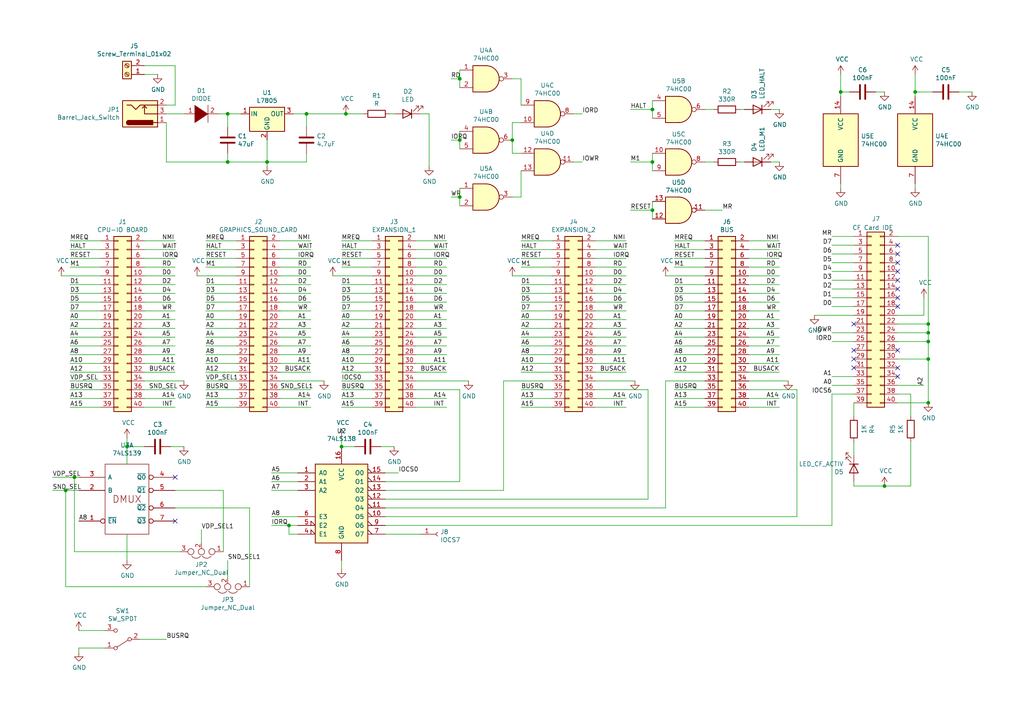
<source format=kicad_sch>
(kicad_sch (version 20211123) (generator eeschema)
  (paper "A4")
  (junction (at 133.35 40.64))
  (junction (at 21.59 138.43))
  (junction (at 189.23 46.99))
  (junction (at 148.59 40.64))
  (junction (at 100.33 33.02))
  (junction (at 256.54 140.97))
  (junction (at 269.24 93.98))
  (junction (at 269.24 96.52))
  (junction (at 83.82 152.4))
  (junction (at 189.23 60.96))
  (junction (at 99.06 129.54))
  (junction (at 66.04 46.99))
  (junction (at 269.24 104.14))
  (junction (at 88.9 33.02))
  (junction (at 269.24 99.06))
  (junction (at 36.83 129.54))
  (junction (at 189.23 31.75))
  (junction (at 243.84 26.67))
  (junction (at 66.04 33.02))
  (junction (at 269.24 116.84))
  (junction (at 265.43 26.67))
  (junction (at 19.05 142.24))
  (junction (at 133.35 22.86))
  (junction (at 133.35 57.15))
  (junction (at 77.47 46.99))
  (no_connect (at 50.8 138.43))
  (no_connect (at 260.35 81.28))
  (no_connect (at 247.65 93.98))
  (no_connect (at 247.65 101.6))
  (no_connect (at 260.35 71.12))
  (no_connect (at 247.65 104.14))
  (no_connect (at 260.35 101.6))
  (no_connect (at 260.35 78.74))
  (no_connect (at 247.65 106.68))
  (no_connect (at 50.8 151.13))
  (no_connect (at 260.35 76.2))
  (no_connect (at 260.35 73.66))
  (no_connect (at 260.35 88.9))
  (no_connect (at 260.35 109.22))
  (no_connect (at 260.35 86.36))
  (no_connect (at 260.35 106.68))
  (no_connect (at 260.35 83.82))
  (wire (pts (xy 29.21 87.63) (xy 20.32 87.63)))
  (wire (pts (xy 81.28 102.87) (xy 90.17 102.87)))
  (wire (pts (xy 66.04 44.45) (xy 66.04 46.99)))
  (wire (pts (xy 133.35 22.86) (xy 130.81 22.86)))
  (wire (pts (xy 204.47 85.09) (xy 195.58 85.09)))
  (wire (pts (xy 120.65 77.47) (xy 129.54 77.47)))
  (wire (pts (xy 81.28 105.41) (xy 90.17 105.41)))
  (wire (pts (xy 160.02 118.11) (xy 151.13 118.11)))
  (wire (pts (xy 40.64 185.42) (xy 48.26 185.42)))
  (wire (pts (xy 146.05 110.49) (xy 160.02 110.49)))
  (wire (pts (xy 265.43 27.94) (xy 265.43 26.67)))
  (wire (pts (xy 217.17 118.11) (xy 226.06 118.11)))
  (wire (pts (xy 86.36 137.16) (xy 78.74 137.16)))
  (wire (pts (xy 204.47 100.33) (xy 195.58 100.33)))
  (wire (pts (xy 217.17 82.55) (xy 226.06 82.55)))
  (wire (pts (xy 17.78 80.01) (xy 29.21 80.01)))
  (wire (pts (xy 29.21 69.85) (xy 20.32 69.85)))
  (wire (pts (xy 172.72 82.55) (xy 181.61 82.55)))
  (wire (pts (xy 231.14 113.03) (xy 217.17 113.03)))
  (wire (pts (xy 247.65 128.27) (xy 247.65 132.08)))
  (wire (pts (xy 265.43 21.59) (xy 265.43 26.67)))
  (wire (pts (xy 41.91 113.03) (xy 50.8 113.03)))
  (wire (pts (xy 29.21 118.11) (xy 20.32 118.11)))
  (wire (pts (xy 160.02 74.93) (xy 151.13 74.93)))
  (wire (pts (xy 107.95 102.87) (xy 99.06 102.87)))
  (wire (pts (xy 107.95 77.47) (xy 99.06 77.47)))
  (wire (pts (xy 99.06 127) (xy 99.06 129.54)))
  (wire (pts (xy 160.02 113.03) (xy 151.13 113.03)))
  (wire (pts (xy 107.95 97.79) (xy 99.06 97.79)))
  (wire (pts (xy 204.47 72.39) (xy 195.58 72.39)))
  (wire (pts (xy 223.52 31.75) (xy 226.06 31.75)))
  (wire (pts (xy 260.35 91.44) (xy 267.97 91.44)))
  (wire (pts (xy 172.72 100.33) (xy 181.61 100.33)))
  (wire (pts (xy 193.04 80.01) (xy 204.47 80.01)))
  (wire (pts (xy 66.04 33.02) (xy 69.85 33.02)))
  (wire (pts (xy 151.13 57.15) (xy 151.13 49.53)))
  (wire (pts (xy 107.95 82.55) (xy 99.06 82.55)))
  (wire (pts (xy 120.65 82.55) (xy 129.54 82.55)))
  (wire (pts (xy 160.02 85.09) (xy 151.13 85.09)))
  (wire (pts (xy 36.83 134.62) (xy 36.83 129.54)))
  (wire (pts (xy 193.04 147.32) (xy 193.04 110.49)))
  (wire (pts (xy 107.95 113.03) (xy 99.06 113.03)))
  (wire (pts (xy 111.76 147.32) (xy 193.04 147.32)))
  (wire (pts (xy 68.58 100.33) (xy 59.69 100.33)))
  (wire (pts (xy 68.58 92.71) (xy 59.69 92.71)))
  (wire (pts (xy 88.9 44.45) (xy 88.9 46.99)))
  (wire (pts (xy 111.76 142.24) (xy 146.05 142.24)))
  (wire (pts (xy 102.87 129.54) (xy 99.06 129.54)))
  (wire (pts (xy 29.21 102.87) (xy 20.32 102.87)))
  (wire (pts (xy 241.3 152.4) (xy 241.3 114.3)))
  (wire (pts (xy 68.58 95.25) (xy 59.69 95.25)))
  (wire (pts (xy 133.35 22.86) (xy 133.35 20.32)))
  (wire (pts (xy 111.76 144.78) (xy 187.96 144.78)))
  (wire (pts (xy 204.47 102.87) (xy 195.58 102.87)))
  (wire (pts (xy 68.58 105.41) (xy 59.69 105.41)))
  (wire (pts (xy 269.24 93.98) (xy 269.24 68.58)))
  (wire (pts (xy 48.26 35.56) (xy 48.26 46.99)))
  (wire (pts (xy 243.84 26.67) (xy 246.38 26.67)))
  (wire (pts (xy 107.95 110.49) (xy 99.06 110.49)))
  (wire (pts (xy 217.17 110.49) (xy 228.6 110.49)))
  (wire (pts (xy 260.35 99.06) (xy 269.24 99.06)))
  (wire (pts (xy 204.47 92.71) (xy 195.58 92.71)))
  (wire (pts (xy 148.59 22.86) (xy 151.13 22.86)))
  (wire (pts (xy 41.91 87.63) (xy 50.8 87.63)))
  (wire (pts (xy 133.35 57.15) (xy 133.35 54.61)))
  (wire (pts (xy 247.65 99.06) (xy 241.3 99.06)))
  (wire (pts (xy 68.58 69.85) (xy 59.69 69.85)))
  (wire (pts (xy 96.52 80.01) (xy 107.95 80.01)))
  (wire (pts (xy 41.91 107.95) (xy 50.8 107.95)))
  (wire (pts (xy 77.47 40.64) (xy 77.47 46.99)))
  (wire (pts (xy 30.48 182.88) (xy 22.86 182.88)))
  (wire (pts (xy 124.46 48.26) (xy 124.46 33.02)))
  (wire (pts (xy 204.47 87.63) (xy 195.58 87.63)))
  (wire (pts (xy 133.35 139.7) (xy 133.35 113.03)))
  (wire (pts (xy 247.65 109.22) (xy 241.3 109.22)))
  (wire (pts (xy 68.58 113.03) (xy 59.69 113.03)))
  (wire (pts (xy 81.28 107.95) (xy 90.17 107.95)))
  (wire (pts (xy 160.02 77.47) (xy 151.13 77.47)))
  (wire (pts (xy 133.35 40.64) (xy 130.81 40.64)))
  (wire (pts (xy 41.91 21.59) (xy 45.72 21.59)))
  (wire (pts (xy 247.65 111.76) (xy 241.3 111.76)))
  (wire (pts (xy 107.95 105.41) (xy 99.06 105.41)))
  (wire (pts (xy 189.23 63.5) (xy 189.23 60.96)))
  (wire (pts (xy 204.47 46.99) (xy 207.01 46.99)))
  (wire (pts (xy 29.21 72.39) (xy 20.32 72.39)))
  (wire (pts (xy 36.83 129.54) (xy 41.91 129.54)))
  (wire (pts (xy 78.74 149.86) (xy 86.36 149.86)))
  (wire (pts (xy 247.65 140.97) (xy 256.54 140.97)))
  (wire (pts (xy 88.9 46.99) (xy 77.47 46.99)))
  (wire (pts (xy 111.76 152.4) (xy 241.3 152.4)))
  (wire (pts (xy 83.82 152.4) (xy 86.36 152.4)))
  (wire (pts (xy 148.59 35.56) (xy 148.59 40.64)))
  (wire (pts (xy 29.21 115.57) (xy 20.32 115.57)))
  (wire (pts (xy 133.35 40.64) (xy 133.35 38.1)))
  (wire (pts (xy 278.13 26.67) (xy 281.94 26.67)))
  (wire (pts (xy 264.16 140.97) (xy 264.16 128.27)))
  (wire (pts (xy 264.16 114.3) (xy 264.16 120.65)))
  (wire (pts (xy 172.72 80.01) (xy 181.61 80.01)))
  (wire (pts (xy 189.23 31.75) (xy 189.23 29.21)))
  (wire (pts (xy 68.58 97.79) (xy 59.69 97.79)))
  (wire (pts (xy 172.72 69.85) (xy 181.61 69.85)))
  (wire (pts (xy 172.72 90.17) (xy 181.61 90.17)))
  (wire (pts (xy 41.91 82.55) (xy 50.8 82.55)))
  (wire (pts (xy 86.36 142.24) (xy 78.74 142.24)))
  (wire (pts (xy 256.54 140.97) (xy 264.16 140.97)))
  (wire (pts (xy 41.91 69.85) (xy 50.8 69.85)))
  (wire (pts (xy 81.28 77.47) (xy 90.17 77.47)))
  (wire (pts (xy 260.35 93.98) (xy 269.24 93.98)))
  (wire (pts (xy 204.47 97.79) (xy 195.58 97.79)))
  (wire (pts (xy 204.47 74.93) (xy 195.58 74.93)))
  (wire (pts (xy 81.28 82.55) (xy 90.17 82.55)))
  (wire (pts (xy 99.06 165.1) (xy 99.06 162.56)))
  (wire (pts (xy 160.02 92.71) (xy 151.13 92.71)))
  (wire (pts (xy 115.57 137.16) (xy 111.76 137.16)))
  (wire (pts (xy 217.17 100.33) (xy 226.06 100.33)))
  (wire (pts (xy 223.52 46.99) (xy 226.06 46.99)))
  (wire (pts (xy 66.04 36.83) (xy 66.04 33.02)))
  (wire (pts (xy 172.72 74.93) (xy 181.61 74.93)))
  (wire (pts (xy 217.17 102.87) (xy 226.06 102.87)))
  (wire (pts (xy 68.58 90.17) (xy 59.69 90.17)))
  (wire (pts (xy 189.23 46.99) (xy 182.88 46.99)))
  (wire (pts (xy 265.43 26.67) (xy 270.51 26.67)))
  (wire (pts (xy 160.02 97.79) (xy 151.13 97.79)))
  (wire (pts (xy 133.35 59.69) (xy 133.35 57.15)))
  (wire (pts (xy 217.17 80.01) (xy 226.06 80.01)))
  (wire (pts (xy 133.35 25.4) (xy 133.35 22.86)))
  (wire (pts (xy 148.59 57.15) (xy 151.13 57.15)))
  (wire (pts (xy 68.58 87.63) (xy 59.69 87.63)))
  (wire (pts (xy 29.21 90.17) (xy 20.32 90.17)))
  (wire (pts (xy 29.21 113.03) (xy 20.32 113.03)))
  (wire (pts (xy 100.33 33.02) (xy 105.41 33.02)))
  (wire (pts (xy 166.37 46.99) (xy 168.91 46.99)))
  (wire (pts (xy 120.65 85.09) (xy 129.54 85.09)))
  (wire (pts (xy 22.86 138.43) (xy 21.59 138.43)))
  (wire (pts (xy 120.65 74.93) (xy 129.54 74.93)))
  (wire (pts (xy 81.28 87.63) (xy 90.17 87.63)))
  (wire (pts (xy 247.65 68.58) (xy 241.3 68.58)))
  (wire (pts (xy 41.91 100.33) (xy 50.8 100.33)))
  (wire (pts (xy 247.65 73.66) (xy 241.3 73.66)))
  (wire (pts (xy 86.36 139.7) (xy 78.74 139.7)))
  (wire (pts (xy 217.17 105.41) (xy 226.06 105.41)))
  (wire (pts (xy 120.65 118.11) (xy 129.54 118.11)))
  (wire (pts (xy 29.21 100.33) (xy 20.32 100.33)))
  (wire (pts (xy 41.91 85.09) (xy 50.8 85.09)))
  (wire (pts (xy 172.72 118.11) (xy 181.61 118.11)))
  (wire (pts (xy 81.28 92.71) (xy 90.17 92.71)))
  (wire (pts (xy 243.84 27.94) (xy 243.84 26.67)))
  (wire (pts (xy 107.95 69.85) (xy 99.06 69.85)))
  (wire (pts (xy 120.65 105.41) (xy 129.54 105.41)))
  (wire (pts (xy 160.02 115.57) (xy 151.13 115.57)))
  (wire (pts (xy 247.65 83.82) (xy 241.3 83.82)))
  (wire (pts (xy 81.28 72.39) (xy 90.17 72.39)))
  (wire (pts (xy 214.63 46.99) (xy 215.9 46.99)))
  (wire (pts (xy 81.28 85.09) (xy 90.17 85.09)))
  (wire (pts (xy 68.58 77.47) (xy 59.69 77.47)))
  (wire (pts (xy 41.91 97.79) (xy 50.8 97.79)))
  (wire (pts (xy 58.42 157.48) (xy 58.42 153.67)))
  (wire (pts (xy 267.97 91.44) (xy 267.97 86.36)))
  (wire (pts (xy 72.39 147.32) (xy 72.39 170.18)))
  (wire (pts (xy 50.8 30.48) (xy 48.26 30.48)))
  (wire (pts (xy 36.83 162.56) (xy 36.83 154.94)))
  (wire (pts (xy 124.46 33.02) (xy 121.92 33.02)))
  (wire (pts (xy 41.91 105.41) (xy 50.8 105.41)))
  (wire (pts (xy 204.47 90.17) (xy 195.58 90.17)))
  (wire (pts (xy 64.77 160.02) (xy 64.77 142.24)))
  (wire (pts (xy 172.72 77.47) (xy 181.61 77.47)))
  (wire (pts (xy 247.65 76.2) (xy 241.3 76.2)))
  (wire (pts (xy 247.65 114.3) (xy 241.3 114.3)))
  (wire (pts (xy 189.23 60.96) (xy 182.88 60.96)))
  (wire (pts (xy 59.69 110.49) (xy 68.58 110.49)))
  (wire (pts (xy 21.59 160.02) (xy 21.59 138.43)))
  (wire (pts (xy 160.02 72.39) (xy 151.13 72.39)))
  (wire (pts (xy 29.21 105.41) (xy 20.32 105.41)))
  (wire (pts (xy 172.72 105.41) (xy 181.61 105.41)))
  (wire (pts (xy 81.28 90.17) (xy 90.17 90.17)))
  (wire (pts (xy 160.02 69.85) (xy 151.13 69.85)))
  (wire (pts (xy 107.95 74.93) (xy 99.06 74.93)))
  (wire (pts (xy 41.91 92.71) (xy 50.8 92.71)))
  (wire (pts (xy 166.37 33.02) (xy 168.91 33.02)))
  (wire (pts (xy 217.17 97.79) (xy 226.06 97.79)))
  (wire (pts (xy 49.53 129.54) (xy 53.34 129.54)))
  (wire (pts (xy 107.95 85.09) (xy 99.06 85.09)))
  (wire (pts (xy 148.59 44.45) (xy 151.13 44.45)))
  (wire (pts (xy 29.21 97.79) (xy 20.32 97.79)))
  (wire (pts (xy 68.58 82.55) (xy 59.69 82.55)))
  (wire (pts (xy 81.28 113.03) (xy 90.17 113.03)))
  (wire (pts (xy 146.05 142.24) (xy 146.05 110.49)))
  (wire (pts (xy 41.91 80.01) (xy 50.8 80.01)))
  (wire (pts (xy 68.58 107.95) (xy 59.69 107.95)))
  (wire (pts (xy 81.28 118.11) (xy 90.17 118.11)))
  (wire (pts (xy 48.26 46.99) (xy 66.04 46.99)))
  (wire (pts (xy 120.65 92.71) (xy 129.54 92.71)))
  (wire (pts (xy 81.28 69.85) (xy 90.17 69.85)))
  (wire (pts (xy 160.02 95.25) (xy 151.13 95.25)))
  (wire (pts (xy 160.02 87.63) (xy 151.13 87.63)))
  (wire (pts (xy 41.91 95.25) (xy 50.8 95.25)))
  (wire (pts (xy 133.35 43.18) (xy 133.35 40.64)))
  (wire (pts (xy 120.65 87.63) (xy 129.54 87.63)))
  (wire (pts (xy 148.59 80.01) (xy 160.02 80.01)))
  (wire (pts (xy 260.35 116.84) (xy 269.24 116.84)))
  (wire (pts (xy 41.91 110.49) (xy 53.34 110.49)))
  (wire (pts (xy 148.59 35.56) (xy 151.13 35.56)))
  (wire (pts (xy 86.36 154.94) (xy 83.82 154.94)))
  (wire (pts (xy 50.8 19.05) (xy 50.8 30.48)))
  (wire (pts (xy 217.17 72.39) (xy 226.06 72.39)))
  (wire (pts (xy 204.47 60.96) (xy 209.55 60.96)))
  (wire (pts (xy 41.91 118.11) (xy 50.8 118.11)))
  (wire (pts (xy 50.8 147.32) (xy 72.39 147.32)))
  (wire (pts (xy 247.65 81.28) (xy 241.3 81.28)))
  (wire (pts (xy 247.65 88.9) (xy 241.3 88.9)))
  (wire (pts (xy 260.35 111.76) (xy 267.97 111.76)))
  (wire (pts (xy 247.65 120.65) (xy 247.65 116.84)))
  (wire (pts (xy 193.04 110.49) (xy 204.47 110.49)))
  (wire (pts (xy 265.43 54.61) (xy 265.43 53.34)))
  (wire (pts (xy 78.74 152.4) (xy 83.82 152.4)))
  (wire (pts (xy 269.24 68.58) (xy 260.35 68.58)))
  (wire (pts (xy 172.72 107.95) (xy 181.61 107.95)))
  (wire (pts (xy 120.65 102.87) (xy 129.54 102.87)))
  (wire (pts (xy 204.47 118.11) (xy 195.58 118.11)))
  (wire (pts (xy 269.24 104.14) (xy 269.24 99.06)))
  (wire (pts (xy 243.84 26.67) (xy 243.84 21.59)))
  (wire (pts (xy 260.35 114.3) (xy 264.16 114.3)))
  (wire (pts (xy 260.35 96.52) (xy 269.24 96.52)))
  (wire (pts (xy 107.95 100.33) (xy 99.06 100.33)))
  (wire (pts (xy 217.17 85.09) (xy 226.06 85.09)))
  (wire (pts (xy 204.47 105.41) (xy 195.58 105.41)))
  (wire (pts (xy 247.65 91.44) (xy 236.22 91.44)))
  (wire (pts (xy 120.65 95.25) (xy 129.54 95.25)))
  (wire (pts (xy 81.28 97.79) (xy 90.17 97.79)))
  (wire (pts (xy 41.91 90.17) (xy 50.8 90.17)))
  (wire (pts (xy 187.96 144.78) (xy 187.96 113.03)))
  (wire (pts (xy 19.05 142.24) (xy 19.05 170.18)))
  (wire (pts (xy 107.95 72.39) (xy 99.06 72.39)))
  (wire (pts (xy 247.65 71.12) (xy 241.3 71.12)))
  (wire (pts (xy 85.09 33.02) (xy 88.9 33.02)))
  (wire (pts (xy 81.28 95.25) (xy 90.17 95.25)))
  (wire (pts (xy 110.49 129.54) (xy 114.3 129.54)))
  (wire (pts (xy 81.28 100.33) (xy 90.17 100.33)))
  (wire (pts (xy 204.47 77.47) (xy 195.58 77.47)))
  (wire (pts (xy 36.83 129.54) (xy 36.83 127)))
  (wire (pts (xy 217.17 87.63) (xy 226.06 87.63)))
  (wire (pts (xy 22.86 142.24) (xy 19.05 142.24)))
  (wire (pts (xy 120.65 113.03) (xy 133.35 113.03)))
  (wire (pts (xy 77.47 46.99) (xy 77.47 48.26)))
  (wire (pts (xy 66.04 46.99) (xy 77.47 46.99)))
  (wire (pts (xy 107.95 95.25) (xy 99.06 95.25)))
  (wire (pts (xy 29.21 85.09) (xy 20.32 85.09)))
  (wire (pts (xy 172.72 87.63) (xy 181.61 87.63)))
  (wire (pts (xy 151.13 22.86) (xy 151.13 30.48)))
  (wire (pts (xy 260.35 104.14) (xy 269.24 104.14)))
  (wire (pts (xy 120.65 100.33) (xy 129.54 100.33)))
  (wire (pts (xy 113.03 33.02) (xy 114.3 33.02)))
  (wire (pts (xy 217.17 69.85) (xy 226.06 69.85)))
  (wire (pts (xy 64.77 142.24) (xy 50.8 142.24)))
  (wire (pts (xy 172.72 102.87) (xy 181.61 102.87)))
  (wire (pts (xy 41.91 77.47) (xy 50.8 77.47)))
  (wire (pts (xy 107.95 118.11) (xy 99.06 118.11)))
  (wire (pts (xy 172.72 115.57) (xy 181.61 115.57)))
  (wire (pts (xy 148.59 40.64) (xy 148.59 44.45)))
  (wire (pts (xy 41.91 72.39) (xy 50.8 72.39)))
  (wire (pts (xy 160.02 82.55) (xy 151.13 82.55)))
  (wire (pts (xy 217.17 107.95) (xy 226.06 107.95)))
  (wire (pts (xy 217.17 74.93) (xy 226.06 74.93)))
  (wire (pts (xy 120.65 69.85) (xy 129.54 69.85)))
  (wire (pts (xy 172.72 95.25) (xy 181.61 95.25)))
  (wire (pts (xy 217.17 92.71) (xy 226.06 92.71)))
  (wire (pts (xy 19.05 142.24) (xy 15.24 142.24)))
  (wire (pts (xy 57.15 80.01) (xy 68.58 80.01)))
  (wire (pts (xy 68.58 85.09) (xy 59.69 85.09)))
  (wire (pts (xy 189.23 46.99) (xy 189.23 49.53)))
  (wire (pts (xy 133.35 57.15) (xy 130.81 57.15)))
  (wire (pts (xy 29.21 77.47) (xy 20.32 77.47)))
  (wire (pts (xy 243.84 54.61) (xy 243.84 53.34)))
  (wire (pts (xy 120.65 110.49) (xy 135.89 110.49)))
  (wire (pts (xy 41.91 19.05) (xy 50.8 19.05)))
  (wire (pts (xy 111.76 154.94) (xy 121.92 154.94)))
  (wire (pts (xy 217.17 90.17) (xy 226.06 90.17)))
  (wire (pts (xy 120.65 97.79) (xy 129.54 97.79)))
  (wire (pts (xy 217.17 77.47) (xy 226.06 77.47)))
  (wire (pts (xy 81.28 110.49) (xy 93.98 110.49)))
  (wire (pts (xy 189.23 44.45) (xy 189.23 46.99)))
  (wire (pts (xy 111.76 139.7) (xy 133.35 139.7)))
  (wire (pts (xy 41.91 102.87) (xy 50.8 102.87)))
  (wire (pts (xy 22.86 187.96) (xy 22.86 189.23)))
  (wire (pts (xy 30.48 187.96) (xy 22.86 187.96)))
  (wire (pts (xy 204.47 82.55) (xy 195.58 82.55)))
  (wire (pts (xy 68.58 118.11) (xy 59.69 118.11)))
  (wire (pts (xy 107.95 115.57) (xy 99.06 115.57)))
  (wire (pts (xy 160.02 107.95) (xy 151.13 107.95)))
  (wire (pts (xy 88.9 33.02) (xy 100.33 33.02)))
  (wire (pts (xy 66.04 33.02) (xy 63.5 33.02)))
  (wire (pts (xy 217.17 115.57) (xy 226.06 115.57)))
  (wire (pts (xy 214.63 31.75) (xy 215.9 31.75)))
  (wire (pts (xy 160.02 105.41) (xy 151.13 105.41)))
  (wire (pts (xy 66.04 167.64) (xy 66.04 162.56)))
  (wire (pts (xy 68.58 72.39) (xy 59.69 72.39)))
  (wire (pts (xy 247.65 86.36) (xy 241.3 86.36)))
  (wire (pts (xy 52.07 160.02) (xy 21.59 160.02)))
  (wire (pts (xy 21.59 138.43) (xy 15.24 138.43)))
  (wire (pts (xy 41.91 74.93) (xy 50.8 74.93)))
  (wire (pts (xy 107.95 107.95) (xy 99.06 107.95)))
  (wire (pts (xy 107.95 92.71) (xy 99.06 92.71)))
  (wire (pts (xy 204.47 95.25) (xy 195.58 95.25)))
  (wire (pts (xy 269.24 96.52) (xy 269.24 93.98)))
  (wire (pts (xy 81.28 74.93) (xy 90.17 74.93)))
  (wire (pts (xy 204.47 113.03) (xy 195.58 113.03)))
  (wire (pts (xy 189.23 60.96) (xy 189.23 58.42)))
  (wire (pts (xy 29.21 74.93) (xy 20.32 74.93)))
  (wire (pts (xy 247.65 96.52) (xy 241.3 96.52)))
  (wire (pts (xy 29.21 110.49) (xy 20.32 110.49)))
  (wire (pts (xy 172.72 85.09) (xy 181.61 85.09)))
  (wire (pts (xy 204.47 107.95) (xy 195.58 107.95)))
  (wire (pts (xy 204.47 115.57) (xy 195.58 115.57)))
  (wire (pts (xy 29.21 107.95) (xy 20.32 107.95)))
  (wire (pts (xy 269.24 116.84) (xy 269.24 104.14)))
  (wire (pts (xy 172.72 113.03) (xy 187.96 113.03)))
  (wire (pts (xy 204.47 31.75) (xy 207.01 31.75)))
  (wire (pts (xy 19.05 170.18) (xy 59.69 170.18)))
  (wire (pts (xy 189.23 31.75) (xy 189.23 34.29)))
  (wire (pts (xy 83.82 154.94) (xy 83.82 152.4)))
  (wire (pts (xy 107.95 87.63) (xy 99.06 87.63)))
  (wire (pts (xy 120.65 72.39) (xy 129.54 72.39)))
  (wire (pts (xy 231.14 149.86) (xy 231.14 113.03)))
  (wire (pts (xy 160.02 100.33) (xy 151.13 100.33)))
  (wire (pts (xy 81.28 80.01) (xy 90.17 80.01)))
  (wire (pts (xy 29.21 82.55) (xy 20.32 82.55)))
  (wire (pts (xy 29.21 92.71) (xy 20.32 92.71)))
  (wire (pts (xy 172.72 110.49) (xy 184.15 110.49)))
  (wire (pts (xy 120.65 80.01) (xy 129.54 80.01)))
  (wire (pts (xy 120.65 90.17) (xy 129.54 90.17)))
  (wire (pts (xy 189.23 31.75) (xy 182.88 31.75)))
  (wire (pts (xy 172.72 97.79) (xy 181.61 97.79)))
  (wire (pts (xy 160.02 90.17) (xy 151.13 90.17)))
  (wire (pts (xy 88.9 36.83) (xy 88.9 33.02)))
  (wire (pts (xy 120.65 107.95) (xy 129.54 107.95)))
  (wire (pts (xy 204.47 69.85) (xy 195.58 69.85)))
  (wire (pts (xy 68.58 74.93) (xy 59.69 74.93)))
  (wire (pts (xy 29.21 95.25) (xy 20.32 95.25)))
  (wire (pts (xy 107.95 90.17) (xy 99.06 90.17)))
  (wire (pts (xy 269.24 99.06) (xy 269.24 96.52)))
  (wire (pts (xy 160.02 102.87) (xy 151.13 102.87)))
  (wire (pts (xy 68.58 115.57) (xy 59.69 115.57)))
  (wire (pts (xy 120.65 115.57) (xy 129.54 115.57)))
  (wire (pts (xy 41.91 115.57) (xy 50.8 115.57)))
  (wire (pts (xy 254 26.67) (xy 256.54 26.67)))
  (wire (pts (xy 111.76 149.86) (xy 231.14 149.86)))
  (wire (pts (xy 81.28 115.57) (xy 90.17 115.57)))
  (wire (pts (xy 247.65 78.74) (xy 241.3 78.74)))
  (wire (pts (xy 172.72 92.71) (xy 181.61 92.71)))
  (wire (pts (xy 68.58 102.87) (xy 59.69 102.87)))
  (wire (pts (xy 172.72 72.39) (xy 181.61 72.39)))
  (wire (pts (xy 247.65 139.7) (xy 247.65 140.97)))
  (wire (pts (xy 217.17 95.25) (xy 226.06 95.25)))
  (wire (pts (xy 48.26 33.02) (xy 53.34 33.02)))
  (label "BUSACK" (at 218.44 107.95 0))
  (label "A4" (at 20.32 97.79 0))
  (label "A7" (at 125.73 100.33 0))
  (label "D3" (at 20.32 85.09 0))
  (label "D2" (at 177.8 82.55 0))
  (label "MREQ" (at 20.32 69.85 0))
  (label "D7" (at 20.32 90.17 0))
  (label "IOCS6" (at 241.3 114.3 180))
  (label "A7" (at 222.25 100.33 0))
  (label "A1" (at 241.3 109.22 180))
  (label "A13" (at 99.06 115.57 0))
  (label "A13" (at 20.32 115.57 0))
  (label "BUSRQ" (at 48.26 185.42 0))
  (label "D2" (at 125.73 82.55 0))
  (label "A9" (at 222.25 102.87 0))
  (label "NMI" (at 46.99 69.85 0))
  (label "D7" (at 151.13 90.17 0))
  (label "A3" (at 46.99 95.25 0))
  (label "D2" (at 46.99 82.55 0))
  (label "IORQ" (at 46.99 74.93 0))
  (label "A6" (at 78.74 139.7 0))
  (label "RD" (at 177.8 77.47 0))
  (label "D3" (at 195.58 85.09 0))
  (label "D4" (at 177.8 85.09 0))
  (label "A6" (at 99.06 100.33 0))
  (label "SND_SEL" (at 43.18 113.03 0))
  (label "A9" (at 177.8 102.87 0))
  (label "D6" (at 86.36 87.63 0))
  (label "D5" (at 20.32 87.63 0))
  (label "A6" (at 59.69 100.33 0))
  (label "HALT" (at 195.58 72.39 0))
  (label "A7" (at 86.36 100.33 0))
  (label "A0" (at 99.06 92.71 0))
  (label "A2" (at 151.13 95.25 0))
  (label "A2" (at 20.32 95.25 0))
  (label "WR" (at 222.25 90.17 0))
  (label "A5" (at 222.25 97.79 0))
  (label "INT" (at 46.99 118.11 0))
  (label "M1" (at 99.06 77.47 0))
  (label "A15" (at 20.32 118.11 0))
  (label "NMI" (at 86.36 69.85 0))
  (label "D7" (at 241.3 71.12 180))
  (label "VDP_SEL1" (at 59.69 110.49 0))
  (label "IORQ" (at 78.74 152.4 0))
  (label "BUSRQ" (at 20.32 113.03 0))
  (label "WR" (at 177.8 90.17 0))
  (label "IOWR" (at 241.3 96.52 180))
  (label "D5" (at 241.3 76.2 180))
  (label "M1" (at 59.69 77.47 0))
  (label "A5" (at 177.8 97.79 0))
  (label "WR" (at 130.81 57.15 0))
  (label "A15" (at 151.13 118.11 0))
  (label "A8" (at 99.06 102.87 0))
  (label "IOCS0" (at 99.06 110.49 0))
  (label "NMI" (at 125.73 69.85 0))
  (label "HALT" (at 151.13 72.39 0))
  (label "VDP_SEL1" (at 58.42 153.67 0))
  (label "D5" (at 151.13 87.63 0))
  (label "A12" (at 99.06 107.95 0))
  (label "SND_SEL1" (at 66.04 162.56 0))
  (label "A0" (at 151.13 92.71 0))
  (label "A14" (at 125.73 115.57 0))
  (label "D5" (at 195.58 87.63 0))
  (label "BUSACK" (at 173.99 107.95 0))
  (label "A12" (at 195.58 107.95 0))
  (label "WAIT" (at 177.8 72.39 0))
  (label "D3" (at 59.69 85.09 0))
  (label "INT" (at 177.8 118.11 0))
  (label "A1" (at 46.99 92.71 0))
  (label "D7" (at 99.06 90.17 0))
  (label "A4" (at 151.13 97.79 0))
  (label "A2" (at 195.58 95.25 0))
  (label "A3" (at 86.36 95.25 0))
  (label "MREQ" (at 151.13 69.85 0))
  (label "D6" (at 125.73 87.63 0))
  (label "HALT" (at 99.06 72.39 0))
  (label "D0" (at 222.25 80.01 0))
  (label "WR" (at 86.36 90.17 0))
  (label "A10" (at 99.06 105.41 0))
  (label "IORQ" (at 125.73 74.93 0))
  (label "A9" (at 46.99 102.87 0))
  (label "A11" (at 86.36 105.41 0))
  (label "A13" (at 195.58 115.57 0))
  (label "D4" (at 241.3 78.74 180))
  (label "A7" (at 46.99 100.33 0))
  (label "RD" (at 125.73 77.47 0))
  (label "MREQ" (at 195.58 69.85 0))
  (label "VDP_SEL" (at 15.24 138.43 0))
  (label "A8" (at 22.86 151.13 0))
  (label "A11" (at 177.8 105.41 0))
  (label "M1" (at 151.13 77.47 0))
  (label "A11" (at 125.73 105.41 0))
  (label "M1" (at 20.32 77.47 0))
  (label "D0" (at 241.3 88.9 180))
  (label "M1" (at 195.58 77.47 0))
  (label "A4" (at 99.06 97.79 0))
  (label "RESET" (at 195.58 74.93 0))
  (label "A5" (at 86.36 97.79 0))
  (label "HALT" (at 182.88 31.75 0))
  (label "A8" (at 78.74 149.86 0))
  (label "INT" (at 125.73 118.11 0))
  (label "D6" (at 177.8 87.63 0))
  (label "A4" (at 195.58 97.79 0))
  (label "A0" (at 195.58 92.71 0))
  (label "RD" (at 222.25 77.47 0))
  (label "D6" (at 46.99 87.63 0))
  (label "A15" (at 195.58 118.11 0))
  (label "NMI" (at 222.25 69.85 0))
  (label "A2" (at 99.06 95.25 0))
  (label "A8" (at 151.13 102.87 0))
  (label "A10" (at 20.32 105.41 0))
  (label "HALT" (at 20.32 72.39 0))
  (label "IORD" (at 168.91 33.02 0))
  (label "A9" (at 86.36 102.87 0))
  (label "D4" (at 222.25 85.09 0))
  (label "A14" (at 222.25 115.57 0))
  (label "BUSRQ" (at 59.69 113.03 0))
  (label "BUSRQ" (at 151.13 113.03 0))
  (label "A9" (at 125.73 102.87 0))
  (label "M1" (at 182.88 46.99 0))
  (label "IORQ" (at 177.8 74.93 0))
  (label "A1" (at 222.25 92.71 0))
  (label "INT" (at 86.36 118.11 0))
  (label "A12" (at 151.13 107.95 0))
  (label "A13" (at 151.13 115.57 0))
  (label "D0" (at 46.99 80.01 0))
  (label "RD" (at 130.81 22.86 0))
  (label "A7" (at 78.74 142.24 0))
  (label "A2" (at 59.69 95.25 0))
  (label "D5" (at 99.06 87.63 0))
  (label "IORD" (at 241.3 99.06 180))
  (label "A10" (at 195.58 105.41 0))
  (label "SND_SEL1" (at 81.28 113.03 0))
  (label "A2" (at 267.97 111.76 90))
  (label "D2" (at 86.36 82.55 0))
  (label "A10" (at 59.69 105.41 0))
  (label "D7" (at 59.69 90.17 0))
  (label "A0" (at 59.69 92.71 0))
  (label "WAIT" (at 86.36 72.39 0))
  (label "MR" (at 209.55 60.96 0))
  (label "D3" (at 151.13 85.09 0))
  (label "A8" (at 59.69 102.87 0))
  (label "D2" (at 222.25 82.55 0))
  (label "WR" (at 46.99 90.17 0))
  (label "D4" (at 125.73 85.09 0))
  (label "IOWR" (at 168.91 46.99 0))
  (label "RESET" (at 151.13 74.93 0))
  (label "A15" (at 99.06 118.11 0))
  (label "D1" (at 151.13 82.55 0))
  (label "WAIT" (at 125.73 72.39 0))
  (label "WAIT" (at 222.25 72.39 0))
  (label "A3" (at 222.25 95.25 0))
  (label "A15" (at 59.69 118.11 0))
  (label "HALT" (at 59.69 72.39 0))
  (label "RESET" (at 59.69 74.93 0))
  (label "D1" (at 241.3 86.36 180))
  (label "IORQ" (at 222.25 74.93 0))
  (label "D1" (at 99.06 82.55 0))
  (label "BUSRQ" (at 195.58 113.03 0))
  (label "A5" (at 125.73 97.79 0))
  (label "D4" (at 46.99 85.09 0))
  (label "NMI" (at 177.8 69.85 0))
  (label "A3" (at 177.8 95.25 0))
  (label "RESET" (at 20.32 74.93 0))
  (label "A8" (at 20.32 102.87 0))
  (label "A1" (at 177.8 92.71 0))
  (label "D3" (at 241.3 81.28 180))
  (label "A0" (at 20.32 92.71 0))
  (label "A14" (at 46.99 115.57 0))
  (label "D1" (at 20.32 82.55 0))
  (label "IORQ" (at 130.81 40.64 0))
  (label "RESET" (at 99.06 74.93 0))
  (label "A8" (at 195.58 102.87 0))
  (label "A5" (at 78.74 137.16 0))
  (label "INT" (at 222.25 118.11 0))
  (label "RESET" (at 182.88 60.96 0))
  (label "D0" (at 125.73 80.01 0))
  (label "BUSACK" (at 43.18 107.95 0))
  (label "D7" (at 195.58 90.17 0))
  (label "A0" (at 241.3 111.76 180))
  (label "D0" (at 177.8 80.01 0))
  (label "A14" (at 86.36 115.57 0))
  (label "A6" (at 151.13 100.33 0))
  (label "SND_SEL" (at 15.24 142.24 0))
  (label "A3" (at 125.73 95.25 0))
  (label "MREQ" (at 59.69 69.85 0))
  (label "A6" (at 195.58 100.33 0))
  (label "RD" (at 46.99 77.47 0))
  (label "BUSACK" (at 121.92 107.95 0))
  (label "A10" (at 151.13 105.41 0))
  (label "D6" (at 241.3 73.66 180))
  (label "A5" (at 46.99 97.79 0))
  (label "D0" (at 86.36 80.01 0))
  (label "D3" (at 99.06 85.09 0))
  (label "A4" (at 59.69 97.79 0))
  (label "A12" (at 20.32 107.95 0))
  (label "IORQ" (at 86.36 74.93 0))
  (label "A11" (at 46.99 105.41 0))
  (label "VDP_SEL" (at 20.32 110.49 0))
  (label "MR" (at 241.3 68.58 180))
  (label "D1" (at 59.69 82.55 0))
  (label "A14" (at 177.8 115.57 0))
  (label "MREQ" (at 99.06 69.85 0))
  (label "A6" (at 20.32 100.33 0))
  (label "RD" (at 86.36 77.47 0))
  (label "A13" (at 59.69 115.57 0))
  (label "A7" (at 177.8 100.33 0))
  (label "IOCS0" (at 115.57 137.16 0))
  (label "BUSACK" (at 82.55 107.95 0))
  (label "A1" (at 86.36 92.71 0))
  (label "A11" (at 222.25 105.41 0))
  (label "D1" (at 195.58 82.55 0))
  (label "D5" (at 59.69 87.63 0))
  (label "A1" (at 125.73 92.71 0))
  (label "D6" (at 222.25 87.63 0))
  (label "WR" (at 125.73 90.17 0))
  (label "WAIT" (at 46.99 72.39 0))
  (label "A12" (at 59.69 107.95 0))
  (label "D2" (at 241.3 83.82 180))
  (label "BUSRQ" (at 99.06 113.03 0))
  (label "D4" (at 86.36 85.09 0))
  (symbol (lib_id "power:GND") (at 22.86 189.23 0) (unit 1)
    (property "Reference" "#PWR0104" (effects hide))
    (property "Value" "GND" (at 22.987 193.6242 0))
  )
  (symbol (lib_id "Switch:SW_SPDT") (at 35.56 185.42 180) (unit 1)
    (property "Reference" "SW1" (at 35.56 177.165 0))
    (property "Value" "SW_SPDT" (at 35.56 179.4764 0))
    (property "Footprint" "Connector_PinHeader_2.54mm:PinHeader_1x03_P2.54mm_Vertical" (effects hide))
  )
  (symbol (lib_id "74xx:74LS138") (at 99.06 144.78 0) (unit 1)
    (property "Reference" "U2" (at 99.06 124.9426 0))
    (property "Value" "74LS138" (at 99.06 127.254 0))
    (property "Footprint" "Package_DIP:DIP-16_W7.62mm_Socket" (effects hide))
    (property "Datasheet" "http://www.ti.com/lit/gpn/sn74LS138" (effects hide))
  )
  (symbol (lib_id "Connector:Screw_Terminal_01x02") (at 36.83 21.59 180) (unit 1)
    (property "Reference" "J5" (at 38.9128 13.335 0))
    (property "Value" "Screw_Terminal_01x02" (at 38.9128 15.6464 0))
    (property "Footprint" "TerminalBlock:TerminalBlock_bornier-2_P5.08mm" (effects hide))
  )
  (symbol (lib_id "power:GND") (at 45.72 21.59 0) (unit 1)
    (property "Reference" "#PWR0123" (effects hide))
    (property "Value" "GND" (at 45.847 25.9842 0))
  )
  (symbol (lib_id "power:GND") (at 236.22 91.44 0) (unit 1)
    (property "Reference" "#PWR0107" (effects hide))
    (property "Value" "GND" (at 236.347 95.8342 0))
  )
  (symbol (lib_id "power:VCC") (at 99.06 127 0) (unit 1)
    (property "Reference" "#PWR0110" (effects hide))
    (property "Value" "VCC" (at 99.4918 122.6058 0))
  )
  (symbol (lib_id "Z80Backplane-rescue:74LS139-74xx_IEEE") (at 36.83 144.78 0) (unit 1)
    (property "Reference" "U3" (at 36.83 129.1336 0))
    (property "Value" "74LS139" (at 36.83 131.445 0))
    (property "Footprint" "Package_DIP:DIP-16_W7.62mm_Socket" (effects hide))
  )
  (symbol (lib_id "power:GND") (at 36.83 162.56 0) (unit 1)
    (property "Reference" "#PWR0113" (effects hide))
    (property "Value" "GND" (at 36.957 166.9542 0))
  )
  (symbol (lib_id "power:VCC") (at 36.83 127 0) (unit 1)
    (property "Reference" "#PWR0116" (effects hide))
    (property "Value" "VCC" (at 37.2618 122.6058 0))
  )
  (symbol (lib_id "Device:C") (at 45.72 129.54 270) (unit 1)
    (property "Reference" "C3" (at 45.72 123.1392 90))
    (property "Value" "100nF" (at 45.72 125.4506 90))
    (property "Footprint" "Capacitor_THT:C_Disc_D7.0mm_W2.5mm_P5.00mm" (effects hide))
  )
  (symbol (lib_id "power:GND") (at 53.34 129.54 0) (unit 1)
    (property "Reference" "#PWR0119" (effects hide))
    (property "Value" "GND" (at 53.467 133.9342 0))
  )
  (symbol (lib_id "Device:C") (at 106.68 129.54 270) (unit 1)
    (property "Reference" "C4" (at 106.68 123.1392 90))
    (property "Value" "100nF" (at 106.68 125.4506 90))
    (property "Footprint" "Capacitor_THT:C_Disc_D7.0mm_W2.5mm_P5.00mm" (effects hide))
  )
  (symbol (lib_id "power:GND") (at 114.3 129.54 0) (unit 1)
    (property "Reference" "#PWR0120" (effects hide))
    (property "Value" "GND" (at 114.427 133.9342 0))
  )
  (symbol (lib_id "power:VCC") (at 22.86 182.88 0) (unit 1)
    (property "Reference" "#PWR0121" (effects hide))
    (property "Value" "VCC" (at 23.2918 178.4858 0))
  )
  (symbol (lib_id "Z80Backplane-rescue:Jumper_NC_Dual-Device") (at 66.04 170.18 180) (unit 1)
    (property "Reference" "JP3" (at 66.04 173.9138 0))
    (property "Value" "Jumper_NC_Dual" (at 66.04 176.2252 0))
    (property "Footprint" "Connector_PinHeader_2.54mm:PinHeader_1x03_P2.54mm_Vertical" (effects hide))
  )
  (symbol (lib_id "Z80Backplane-rescue:Jumper_NC_Dual-Device") (at 58.42 160.02 180) (unit 1)
    (property "Reference" "JP2" (at 58.42 163.7538 0))
    (property "Value" "Jumper_NC_Dual" (at 58.42 166.0652 0))
    (property "Footprint" "Connector_PinHeader_2.54mm:PinHeader_1x03_P2.54mm_Vertical" (effects hide))
  )
  (symbol (lib_id "Connector:Conn_01x01_Female") (at 127 154.94 0) (unit 1)
    (property "Reference" "J8" (at 127.7112 154.2796 0) (effects (justify left)))
    (property "Value" "IOCS7" (at 127.7112 156.591 0) (effects (justify left)))
    (property "Footprint" "Connector_PinHeader_2.54mm:PinHeader_1x01_P2.54mm_Vertical" (effects hide))
  )
  (symbol (lib_id "Connector_Generic:Conn_02x20_Odd_Even") (at 209.55 92.71 0) (unit 1)
    (property "Reference" "J6" (at 210.82 64.3382 0))
    (property "Value" "BUS" (at 210.82 66.6496 0))
    (property "Footprint" "Connector_IDC:IDC-Header_2x20_P2.54mm_Vertical" (effects hide))
  )
  (symbol (lib_id "power:VCC") (at 193.04 80.01 0) (unit 1)
    (property "Reference" "#PWR0117" (effects hide))
    (property "Value" "VCC" (at 193.4718 75.6158 0))
  )
  (symbol (lib_id "power:GND") (at 228.6 110.49 0) (unit 1)
    (property "Reference" "#PWR0118" (effects hide))
    (property "Value" "GND" (at 228.727 114.8842 0))
  )
  (symbol (lib_id "Device:LED") (at 247.65 135.89 270) (unit 1)
    (property "Reference" "D5" (at 244.6782 136.8806 90) (effects (justify right)))
    (property "Value" "LED_CF_ACTIV" (at 244.6782 134.5692 90) (effects (justify right)))
    (property "Footprint" "LED_THT:LED_D3.0mm" (effects hide))
  )
  (symbol (lib_id "Device:R") (at 247.65 124.46 180) (unit 1)
    (property "Reference" "R4" (at 252.9078 124.46 90))
    (property "Value" "1K" (at 250.5964 124.46 90))
    (property "Footprint" "Resistor_THT:R_Axial_DIN0207_L6.3mm_D2.5mm_P10.16mm_Horizontal" (effects hide))
  )
  (symbol (lib_id "74xx:74HC00") (at 158.75 33.02 0) (unit 3)
    (property "Reference" "U4" (at 158.75 24.765 0))
    (property "Value" "74HC00" (at 158.75 27.0764 0))
    (property "Footprint" "Package_DIP:DIP-14_W7.62mm" (effects hide))
    (property "Datasheet" "http://www.ti.com/lit/gpn/sn74hc00" (effects hide))
  )
  (symbol (lib_id "74xx:74HC00") (at 140.97 22.86 0) (unit 1)
    (property "Reference" "U4" (at 140.97 14.605 0))
    (property "Value" "74HC00" (at 140.97 16.9164 0))
    (property "Footprint" "Package_DIP:DIP-14_W7.62mm" (effects hide))
    (property "Datasheet" "http://www.ti.com/lit/gpn/sn74hc00" (effects hide))
  )
  (symbol (lib_id "74xx:74HC00") (at 140.97 40.64 0) (unit 2)
    (property "Reference" "U4" (at 140.97 32.385 0))
    (property "Value" "74HC00" (at 140.97 34.6964 0))
    (property "Footprint" "Package_DIP:DIP-14_W7.62mm" (effects hide))
    (property "Datasheet" "http://www.ti.com/lit/gpn/sn74hc00" (effects hide))
  )
  (symbol (lib_id "Device:LED") (at 219.71 31.75 180) (unit 1)
    (property "Reference" "D3" (at 218.7194 28.7782 90) (effects (justify right)))
    (property "Value" "LED_HALT" (at 221.0308 28.7782 90) (effects (justify right)))
    (property "Footprint" "LED_THT:LED_D3.0mm" (effects hide))
  )
  (symbol (lib_id "Device:R") (at 210.82 31.75 270) (unit 1)
    (property "Reference" "R2" (at 210.82 26.4922 90))
    (property "Value" "330R" (at 210.82 28.8036 90))
    (property "Footprint" "Resistor_THT:R_Axial_DIN0207_L6.3mm_D2.5mm_P10.16mm_Horizontal" (effects hide))
  )
  (symbol (lib_id "power:GND") (at 226.06 31.75 0) (unit 1)
    (property "Reference" "#PWR0122" (effects hide))
    (property "Value" "GND" (at 226.187 36.1442 0))
  )
  (symbol (lib_id "74xx:74HC00") (at 196.85 31.75 0) (unit 2)
    (property "Reference" "U5" (at 196.85 23.495 0))
    (property "Value" "74HC00" (at 196.85 25.8064 0))
    (property "Footprint" "Package_DIP:DIP-14_W7.62mm" (effects hide))
    (property "Datasheet" "http://www.ti.com/lit/gpn/sn74hc00" (effects hide))
  )
  (symbol (lib_id "74xx:74HC00") (at 196.85 46.99 0) (mirror x) (unit 3)
    (property "Reference" "U5" (at 196.85 38.9382 0))
    (property "Value" "74HC00" (at 196.85 41.2496 0))
    (property "Footprint" "Package_DIP:DIP-14_W7.62mm" (effects hide))
    (property "Datasheet" "http://www.ti.com/lit/gpn/sn74hc00" (effects hide))
  )
  (symbol (lib_id "Device:LED") (at 219.71 46.99 180) (unit 1)
    (property "Reference" "D4" (at 218.7194 44.0182 90) (effects (justify right)))
    (property "Value" "LED_M1" (at 221.0308 44.0182 90) (effects (justify right)))
    (property "Footprint" "LED_THT:LED_D3.0mm" (effects hide))
  )
  (symbol (lib_id "Device:R") (at 210.82 46.99 270) (unit 1)
    (property "Reference" "R3" (at 210.82 41.7322 90))
    (property "Value" "330R" (at 210.82 44.0436 90))
    (property "Footprint" "Resistor_THT:R_Axial_DIN0207_L6.3mm_D2.5mm_P10.16mm_Horizontal" (effects hide))
  )
  (symbol (lib_id "power:GND") (at 226.06 46.99 0) (unit 1)
    (property "Reference" "#PWR0124" (effects hide))
    (property "Value" "GND" (at 226.187 51.3842 0))
  )
  (symbol (lib_id "74xx:74HC00") (at 158.75 46.99 0) (unit 4)
    (property "Reference" "U4" (at 158.75 38.735 0))
    (property "Value" "74HC00" (at 158.75 41.0464 0))
    (property "Footprint" "Package_DIP:DIP-14_W7.62mm" (effects hide))
    (property "Datasheet" "http://www.ti.com/lit/gpn/sn74hc00" (effects hide))
  )
  (symbol (lib_id "74xx:74HC00") (at 140.97 57.15 0) (unit 1)
    (property "Reference" "U5" (at 140.97 48.895 0))
    (property "Value" "74HC00" (at 140.97 51.2064 0))
    (property "Footprint" "Package_DIP:DIP-14_W7.62mm" (effects hide))
    (property "Datasheet" "http://www.ti.com/lit/gpn/sn74hc00" (effects hide))
  )
  (symbol (lib_id "Device:C") (at 274.32 26.67 270) (unit 1)
    (property "Reference" "C5" (at 274.32 20.2692 90))
    (property "Value" "100nF" (at 274.32 22.5806 90))
    (property "Footprint" "Capacitor_THT:C_Disc_D7.0mm_W2.5mm_P5.00mm" (effects hide))
  )
  (symbol (lib_id "power:GND") (at 265.43 54.61 0) (unit 1)
    (property "Reference" "#PWR0125" (effects hide))
    (property "Value" "GND" (at 265.557 59.0042 0))
  )
  (symbol (lib_id "power:GND") (at 281.94 26.67 0) (unit 1)
    (property "Reference" "#PWR0126" (effects hide))
    (property "Value" "GND" (at 282.067 31.0642 0))
  )
  (symbol (lib_id "power:VCC") (at 265.43 21.59 0) (unit 1)
    (property "Reference" "#PWR0127" (effects hide))
    (property "Value" "VCC" (at 265.8618 17.1958 0))
  )
  (symbol (lib_id "Connector_Generic:Conn_02x20_Odd_Even") (at 252.73 91.44 0) (unit 1)
    (property "Reference" "J7" (at 255.27 63.5 0) (effects (justify right)))
    (property "Value" "CF Card IDE" (at 259.08 66.04 0) (effects (justify right)))
    (property "Footprint" "Connector_PinHeader_2.00mm:PinHeader_2x20_P2.00mm_Vertical" (effects hide))
  )
  (symbol (lib_id "power:GND") (at 99.06 165.1 0) (unit 1)
    (property "Reference" "#PWR0130" (effects hide))
    (property "Value" "GND" (at 99.187 169.4942 0))
  )
  (symbol (lib_id "74xx:74HC00") (at 243.84 40.64 0) (unit 5)
    (property "Reference" "U5" (at 249.682 39.4716 0) (effects (justify left)))
    (property "Value" "74HC00" (at 249.682 41.783 0) (effects (justify left)))
    (property "Footprint" "Package_DIP:DIP-14_W7.62mm" (effects hide))
    (property "Datasheet" "http://www.ti.com/lit/gpn/sn74hc00" (effects hide))
  )
  (symbol (lib_id "Device:C") (at 250.19 26.67 270) (unit 1)
    (property "Reference" "C6" (at 250.19 20.2692 90))
    (property "Value" "100nF" (at 250.19 22.5806 90))
    (property "Footprint" "Capacitor_THT:C_Disc_D7.0mm_W2.5mm_P5.00mm" (effects hide))
  )
  (symbol (lib_id "power:GND") (at 256.54 26.67 0) (unit 1)
    (property "Reference" "#PWR0131" (effects hide))
    (property "Value" "GND" (at 256.667 31.0642 0))
  )
  (symbol (lib_id "power:VCC") (at 243.84 21.59 0) (unit 1)
    (property "Reference" "#PWR0132" (effects hide))
    (property "Value" "VCC" (at 244.2718 17.1958 0))
  )
  (symbol (lib_id "power:GND") (at 243.84 54.61 0) (unit 1)
    (property "Reference" "#PWR0133" (effects hide))
    (property "Value" "GND" (at 243.967 59.0042 0))
  )
  (symbol (lib_id "74xx:74HC00") (at 265.43 40.64 0) (unit 5)
    (property "Reference" "U4" (at 271.272 39.4716 0) (effects (justify left)))
    (property "Value" "74HC00" (at 271.272 41.783 0) (effects (justify left)))
    (property "Footprint" "Package_DIP:DIP-14_W7.62mm" (effects hide))
    (property "Datasheet" "http://www.ti.com/lit/gpn/sn74hc00" (effects hide))
  )
  (symbol (lib_id "power:VCC") (at 267.97 86.36 0) (unit 1)
    (property "Reference" "#PWR0128" (effects hide))
    (property "Value" "VCC" (at 268.4018 81.9658 0))
  )
  (symbol (lib_id "power:GND") (at 269.24 116.84 0) (unit 1)
    (property "Reference" "#PWR0129" (effects hide))
    (property "Value" "GND" (at 269.367 121.2342 0))
  )
  (symbol (lib_id "Device:R") (at 264.16 124.46 0) (unit 1)
    (property "Reference" "R5" (at 258.9022 124.46 90))
    (property "Value" "1K" (at 261.2136 124.46 90))
    (property "Footprint" "Resistor_THT:R_Axial_DIN0207_L6.3mm_D2.5mm_P10.16mm_Horizontal" (effects hide))
  )
  (symbol (lib_id "74xx:74HC00") (at 196.85 60.96 0) (mirror x) (unit 4)
    (property "Reference" "U5" (at 196.85 52.9082 0))
    (property "Value" "74HC00" (at 196.85 55.2196 0))
    (property "Footprint" "Package_DIP:DIP-14_W7.62mm" (effects hide))
    (property "Datasheet" "http://www.ti.com/lit/gpn/sn74hc00" (effects hide))
  )
  (symbol (lib_id "power:VCC") (at 256.54 140.97 0) (unit 1)
    (property "Reference" "#PWR0134" (effects hide))
    (property "Value" "VCC" (at 256.9718 136.5758 0))
  )
  (symbol (lib_id "Connector_Generic:Conn_02x20_Odd_Even") (at 34.29 92.71 0) (unit 1)
    (property "Reference" "J1" (at 35.56 64.3382 0))
    (property "Value" "CPU-IO BOARD" (at 35.56 66.6496 0))
    (property "Footprint" "Battery:ConnectorEdge40_Female" (effects hide))
  )
  (symbol (lib_id "Regulator_Linear:L7805") (at 77.47 33.02 0) (unit 1)
    (property "Reference" "U1" (at 77.47 26.8732 0))
    (property "Value" "L7805" (at 77.47 29.1846 0))
    (property "Footprint" "Package_TO_SOT_THT:TO-126-3_Horizontal_TabDown" (effects hide))
    (property "Datasheet" "http://www.st.com/content/ccc/resource/technical/document/datasheet/41/4f/b3/b0/12/d4/47/88/CD00000444.pdf/files/CD00000444.pdf/jcr:content/translations/en.CD00000444.pdf" (effects hide))
  )
  (symbol (lib_id "pspice:DIODE") (at 58.42 33.02 0) (unit 1)
    (property "Reference" "D1" (at 58.42 26.289 0))
    (property "Value" "DIODE" (at 58.42 28.6004 0))
    (property "Footprint" "Diode_THT:D_A-405_P7.62mm_Horizontal" (effects hide))
  )
  (symbol (lib_id "Device:C") (at 66.04 40.64 0) (unit 1)
    (property "Reference" "C1" (at 68.961 39.4716 0) (effects (justify left)))
    (property "Value" "47uF" (at 68.961 41.783 0) (effects (justify left)))
    (property "Footprint" "Capacitor_THT:C_Radial_D6.3mm_H5.0mm_P2.50mm" (effects hide))
  )
  (symbol (lib_id "Device:C") (at 88.9 40.64 0) (unit 1)
    (property "Reference" "C2" (at 91.821 39.4716 0) (effects (justify left)))
    (property "Value" "4.7uF" (at 91.821 41.783 0) (effects (justify left)))
    (property "Footprint" "Capacitor_THT:C_Radial_D6.3mm_H5.0mm_P2.50mm" (effects hide))
  )
  (symbol (lib_id "power:GND") (at 77.47 48.26 0) (unit 1)
    (property "Reference" "#PWR0101" (effects hide))
    (property "Value" "GND" (at 77.597 52.6542 0))
  )
  (symbol (lib_id "power:VCC") (at 100.33 33.02 0) (unit 1)
    (property "Reference" "#PWR0102" (effects hide))
    (property "Value" "VCC" (at 100.7618 28.6258 0))
  )
  (symbol (lib_id "Connector:Barrel_Jack_Switch") (at 40.64 33.02 0) (mirror x) (unit 1)
    (property "Reference" "JP1" (at 34.798 31.75 0) (effects (justify right)))
    (property "Value" "Barrel_Jack_Switch" (at 34.798 34.0614 0) (effects (justify right)))
    (property "Footprint" "Connector_BarrelJack:BarrelJack_Wuerth_6941xx301002" (effects hide))
  )
  (symbol (lib_id "power:VCC") (at 17.78 80.01 0) (unit 1)
    (property "Reference" "#PWR0103" (effects hide))
    (property "Value" "VCC" (at 18.2118 75.6158 0))
  )
  (symbol (lib_id "power:GND") (at 53.34 110.49 0) (unit 1)
    (property "Reference" "#PWR0105" (effects hide))
    (property "Value" "GND" (at 53.467 114.8842 0))
  )
  (symbol (lib_id "Connector_Generic:Conn_02x20_Odd_Even") (at 73.66 92.71 0) (unit 1)
    (property "Reference" "J2" (at 74.93 64.3382 0))
    (property "Value" "GRAPHICS_SOUND_CARD" (at 74.93 66.6496 0))
    (property "Footprint" "Battery:ConnectorEdge40_Female" (effects hide))
  )
  (symbol (lib_id "power:VCC") (at 57.15 80.01 0) (unit 1)
    (property "Reference" "#PWR0106" (effects hide))
    (property "Value" "VCC" (at 57.5818 75.6158 0))
  )
  (symbol (lib_id "power:GND") (at 93.98 110.49 0) (unit 1)
    (property "Reference" "#PWR0108" (effects hide))
    (property "Value" "GND" (at 94.107 114.8842 0))
  )
  (symbol (lib_id "Connector_Generic:Conn_02x20_Odd_Even") (at 113.03 92.71 0) (unit 1)
    (property "Reference" "J3" (at 114.3 64.3382 0))
    (property "Value" "EXPANSION_1" (at 114.3 66.6496 0))
    (property "Footprint" "Battery:ConnectorEdge40_Female" (effects hide))
  )
  (symbol (lib_id "power:VCC") (at 96.52 80.01 0) (unit 1)
    (property "Reference" "#PWR0109" (effects hide))
    (property "Value" "VCC" (at 96.9518 75.6158 0))
  )
  (symbol (lib_id "power:GND") (at 135.89 110.49 0) (unit 1)
    (property "Reference" "#PWR0111" (effects hide))
    (property "Value" "GND" (at 136.017 114.8842 0))
  )
  (symbol (lib_id "Connector_Generic:Conn_02x20_Odd_Even") (at 165.1 92.71 0) (unit 1)
    (property "Reference" "J4" (at 166.37 64.3382 0))
    (property "Value" "EXPANSION_2" (at 166.37 66.6496 0))
    (property "Footprint" "Battery:ConnectorEdge40_Female" (effects hide))
  )
  (symbol (lib_id "power:VCC") (at 148.59 80.01 0) (unit 1)
    (property "Reference" "#PWR0112" (effects hide))
    (property "Value" "VCC" (at 149.0218 75.6158 0))
  )
  (symbol (lib_id "power:GND") (at 184.15 110.49 0) (unit 1)
    (property "Reference" "#PWR0114" (effects hide))
    (property "Value" "GND" (at 184.277 114.8842 0))
  )
  (symbol (lib_id "Device:LED") (at 118.11 33.02 180) (unit 1)
    (property "Reference" "D2" (at 118.2878 26.543 0))
    (property "Value" "LED" (at 118.2878 28.8544 0))
    (property "Footprint" "LED_THT:LED_D3.0mm" (effects hide))
  )
  (symbol (lib_id "Device:R") (at 109.22 33.02 90) (unit 1)
    (property "Reference" "R1" (at 109.22 27.7622 90))
    (property "Value" "R" (at 109.22 30.0736 90))
    (property "Footprint" "Resistor_THT:R_Axial_DIN0207_L6.3mm_D2.5mm_P10.16mm_Horizontal" (effects hide))
  )
  (symbol (lib_id "power:GND") (at 124.46 48.26 0) (unit 1)
    (property "Reference" "#PWR0115" (effects hide))
    (property "Value" "GND" (at 124.587 52.6542 0))
  )
)
</source>
